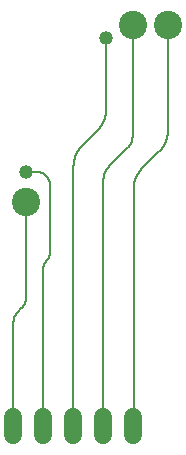
<source format=gbr>
G04 EAGLE Gerber RS-274X export*
G75*
%MOMM*%
%FSLAX34Y34*%
%LPD*%
%INTop Copper*%
%IPPOS*%
%AMOC8*
5,1,8,0,0,1.08239X$1,22.5*%
G01*
%ADD10C,1.524000*%
%ADD11C,2.400000*%
%ADD12C,0.152400*%
%ADD13C,1.186400*%


D10*
X160800Y37620D02*
X160800Y22380D01*
X135400Y22380D02*
X135400Y37620D01*
X110000Y37620D02*
X110000Y22380D01*
X84600Y22380D02*
X84600Y37620D01*
X59200Y37620D02*
X59200Y22380D01*
D11*
X190000Y370000D03*
D12*
X167440Y247439D02*
X167074Y247065D01*
X166717Y246682D01*
X166370Y246291D01*
X166032Y245891D01*
X165704Y245484D01*
X165385Y245069D01*
X165077Y244646D01*
X164778Y244216D01*
X164490Y243780D01*
X164213Y243336D01*
X163946Y242886D01*
X163689Y242430D01*
X163444Y241968D01*
X163210Y241500D01*
X162987Y241026D01*
X162775Y240548D01*
X162575Y240064D01*
X162386Y239576D01*
X162209Y239084D01*
X162044Y238587D01*
X161891Y238087D01*
X161749Y237583D01*
X161620Y237076D01*
X161502Y236566D01*
X161397Y236054D01*
X161304Y235539D01*
X161224Y235022D01*
X161155Y234503D01*
X161100Y233983D01*
X161056Y233461D01*
X161025Y232939D01*
X161006Y232416D01*
X161000Y231893D01*
X182561Y262560D02*
X182983Y262993D01*
X183395Y263435D01*
X183796Y263888D01*
X184186Y264349D01*
X184566Y264820D01*
X184934Y265299D01*
X185290Y265788D01*
X185635Y266284D01*
X185968Y266789D01*
X186289Y267301D01*
X186597Y267821D01*
X186893Y268348D01*
X187176Y268882D01*
X187447Y269423D01*
X187705Y269969D01*
X187949Y270522D01*
X188181Y271081D01*
X188399Y271645D01*
X188603Y272213D01*
X188794Y272787D01*
X188971Y273365D01*
X189135Y273947D01*
X189284Y274533D01*
X189420Y275122D01*
X189541Y275714D01*
X189648Y276309D01*
X189741Y276906D01*
X189820Y277506D01*
X189885Y278107D01*
X189935Y278709D01*
X189971Y279312D01*
X189993Y279917D01*
X190000Y280521D01*
X161000Y231893D02*
X161000Y30200D01*
X160800Y30000D01*
X167440Y247440D02*
X182561Y262561D01*
X190000Y280521D02*
X190000Y370000D01*
D11*
X160000Y370000D03*
D12*
X135400Y238895D02*
X135400Y30000D01*
X135400Y238895D02*
X135404Y239269D01*
X135418Y239642D01*
X135440Y240015D01*
X135471Y240388D01*
X135511Y240759D01*
X135560Y241130D01*
X135617Y241499D01*
X135684Y241867D01*
X135759Y242233D01*
X135843Y242598D01*
X135935Y242960D01*
X136036Y243320D01*
X136146Y243677D01*
X136264Y244032D01*
X136390Y244383D01*
X136525Y244732D01*
X136668Y245077D01*
X136819Y245419D01*
X136979Y245757D01*
X137146Y246091D01*
X137321Y246422D01*
X137504Y246748D01*
X137695Y247069D01*
X137893Y247386D01*
X138099Y247698D01*
X138312Y248005D01*
X138533Y248307D01*
X138760Y248603D01*
X138995Y248894D01*
X139236Y249180D01*
X139484Y249459D01*
X139739Y249733D01*
X140000Y250000D01*
X156464Y266464D01*
X156464Y266465D02*
X156671Y266677D01*
X156873Y266894D01*
X157069Y267116D01*
X157260Y267342D01*
X157445Y267574D01*
X157625Y267809D01*
X157798Y268049D01*
X157966Y268294D01*
X158127Y268542D01*
X158283Y268794D01*
X158432Y269050D01*
X158575Y269310D01*
X158711Y269573D01*
X158841Y269839D01*
X158964Y270108D01*
X159081Y270381D01*
X159191Y270656D01*
X159294Y270933D01*
X159391Y271214D01*
X159480Y271496D01*
X159563Y271781D01*
X159638Y272067D01*
X159707Y272355D01*
X159768Y272645D01*
X159822Y272936D01*
X159869Y273229D01*
X159909Y273522D01*
X159942Y273817D01*
X159967Y274112D01*
X159985Y274408D01*
X159996Y274704D01*
X160000Y275000D01*
X160000Y370000D01*
D13*
X137500Y358900D03*
D12*
X110000Y249479D02*
X110000Y30000D01*
X137500Y298021D02*
X137500Y358900D01*
X117439Y267440D02*
X117004Y266993D01*
X116580Y266537D01*
X116167Y266070D01*
X115766Y265593D01*
X115376Y265106D01*
X114999Y264610D01*
X114633Y264105D01*
X114281Y263590D01*
X113941Y263068D01*
X113614Y262537D01*
X113300Y261999D01*
X112999Y261452D01*
X112712Y260899D01*
X112439Y260339D01*
X112179Y259772D01*
X111933Y259199D01*
X111702Y258620D01*
X111485Y258036D01*
X111282Y257447D01*
X111094Y256852D01*
X110920Y256254D01*
X110761Y255651D01*
X110617Y255044D01*
X110488Y254434D01*
X110374Y253821D01*
X110275Y253206D01*
X110191Y252588D01*
X110122Y251969D01*
X110069Y251348D01*
X110031Y250725D01*
X110008Y250102D01*
X110000Y249479D01*
X130061Y280060D02*
X130483Y280493D01*
X130895Y280935D01*
X131296Y281388D01*
X131686Y281849D01*
X132066Y282320D01*
X132434Y282799D01*
X132790Y283288D01*
X133135Y283784D01*
X133468Y284289D01*
X133789Y284801D01*
X134097Y285321D01*
X134393Y285848D01*
X134676Y286382D01*
X134947Y286923D01*
X135205Y287469D01*
X135449Y288022D01*
X135681Y288581D01*
X135899Y289145D01*
X136103Y289713D01*
X136294Y290287D01*
X136471Y290865D01*
X136635Y291447D01*
X136784Y292033D01*
X136920Y292622D01*
X137041Y293214D01*
X137148Y293809D01*
X137241Y294406D01*
X137320Y295006D01*
X137385Y295607D01*
X137435Y296209D01*
X137471Y296812D01*
X137493Y297417D01*
X137500Y298021D01*
X130061Y280061D02*
X117440Y267440D01*
D13*
X70000Y245000D03*
D12*
X80000Y245000D01*
X80242Y244997D01*
X80483Y244988D01*
X80724Y244974D01*
X80965Y244953D01*
X81205Y244927D01*
X81445Y244895D01*
X81684Y244857D01*
X81921Y244814D01*
X82158Y244764D01*
X82393Y244709D01*
X82627Y244649D01*
X82859Y244582D01*
X83090Y244511D01*
X83319Y244433D01*
X83546Y244350D01*
X83771Y244262D01*
X83994Y244168D01*
X84214Y244069D01*
X84432Y243964D01*
X84647Y243855D01*
X84860Y243740D01*
X85070Y243620D01*
X85276Y243495D01*
X85480Y243365D01*
X85681Y243230D01*
X85878Y243090D01*
X86072Y242946D01*
X86262Y242797D01*
X86448Y242643D01*
X86631Y242485D01*
X86810Y242323D01*
X86985Y242156D01*
X87156Y241985D01*
X87323Y241810D01*
X87485Y241631D01*
X87643Y241448D01*
X87797Y241262D01*
X87946Y241072D01*
X88090Y240878D01*
X88230Y240681D01*
X88365Y240480D01*
X88495Y240276D01*
X88620Y240070D01*
X88740Y239860D01*
X88855Y239647D01*
X88964Y239432D01*
X89069Y239214D01*
X89168Y238994D01*
X89262Y238771D01*
X89350Y238546D01*
X89433Y238319D01*
X89511Y238090D01*
X89582Y237859D01*
X89649Y237627D01*
X89709Y237393D01*
X89764Y237158D01*
X89814Y236921D01*
X89857Y236684D01*
X89895Y236445D01*
X89927Y236205D01*
X89953Y235965D01*
X89974Y235724D01*
X89988Y235483D01*
X89997Y235242D01*
X90000Y235000D01*
X84600Y164206D02*
X84600Y30000D01*
X84600Y164206D02*
X84602Y164401D01*
X84609Y164596D01*
X84621Y164791D01*
X84637Y164985D01*
X84658Y165179D01*
X84683Y165372D01*
X84713Y165565D01*
X84748Y165757D01*
X84787Y165948D01*
X84831Y166138D01*
X84879Y166327D01*
X84932Y166515D01*
X84989Y166701D01*
X85051Y166886D01*
X85117Y167070D01*
X85187Y167251D01*
X85262Y167432D01*
X85340Y167610D01*
X85424Y167786D01*
X85511Y167961D01*
X85602Y168133D01*
X85698Y168303D01*
X85797Y168471D01*
X85901Y168636D01*
X86008Y168799D01*
X86119Y168959D01*
X86234Y169116D01*
X86353Y169271D01*
X86475Y169423D01*
X86601Y169572D01*
X86731Y169718D01*
X86864Y169861D01*
X87000Y170000D01*
X87170Y170175D01*
X87336Y170353D01*
X87498Y170535D01*
X87656Y170721D01*
X87809Y170911D01*
X87957Y171105D01*
X88101Y171301D01*
X88240Y171502D01*
X88374Y171705D01*
X88503Y171912D01*
X88628Y172122D01*
X88747Y172334D01*
X88861Y172549D01*
X88970Y172767D01*
X89074Y172988D01*
X89173Y173211D01*
X89266Y173436D01*
X89354Y173663D01*
X89437Y173893D01*
X89514Y174124D01*
X89585Y174357D01*
X89651Y174592D01*
X89711Y174828D01*
X89766Y175066D01*
X89815Y175305D01*
X89858Y175544D01*
X89896Y175785D01*
X89928Y176027D01*
X89954Y176269D01*
X89974Y176512D01*
X89988Y176756D01*
X89997Y176999D01*
X90000Y177243D01*
X90000Y235000D01*
D11*
X70000Y220000D03*
D12*
X59200Y118069D02*
X59200Y30000D01*
X66000Y130000D02*
X66234Y130240D01*
X66462Y130486D01*
X66684Y130737D01*
X66900Y130993D01*
X67109Y131255D01*
X67312Y131522D01*
X67509Y131793D01*
X67698Y132070D01*
X67881Y132351D01*
X68057Y132636D01*
X68226Y132925D01*
X68387Y133219D01*
X68542Y133517D01*
X68689Y133818D01*
X68828Y134123D01*
X68960Y134431D01*
X69085Y134742D01*
X69202Y135056D01*
X69311Y135373D01*
X69412Y135693D01*
X69505Y136014D01*
X69591Y136339D01*
X69668Y136665D01*
X69738Y136993D01*
X69799Y137322D01*
X69852Y137653D01*
X69897Y137985D01*
X69934Y138318D01*
X69963Y138652D01*
X69984Y138987D01*
X69996Y139322D01*
X70000Y139657D01*
X66000Y130000D02*
X62828Y126828D01*
X62828Y126829D02*
X62622Y126618D01*
X62421Y126402D01*
X62226Y126181D01*
X62035Y125956D01*
X61850Y125727D01*
X61671Y125493D01*
X61497Y125255D01*
X61329Y125013D01*
X61167Y124766D01*
X61010Y124517D01*
X60860Y124263D01*
X60715Y124006D01*
X60577Y123746D01*
X60445Y123482D01*
X60319Y123215D01*
X60200Y122946D01*
X60087Y122673D01*
X59981Y122398D01*
X59881Y122121D01*
X59788Y121841D01*
X59702Y121559D01*
X59622Y121275D01*
X59549Y120990D01*
X59483Y120702D01*
X59424Y120413D01*
X59372Y120123D01*
X59326Y119832D01*
X59288Y119540D01*
X59256Y119247D01*
X59232Y118953D01*
X59214Y118658D01*
X59204Y118364D01*
X59200Y118069D01*
X70000Y139657D02*
X70000Y220000D01*
M02*

</source>
